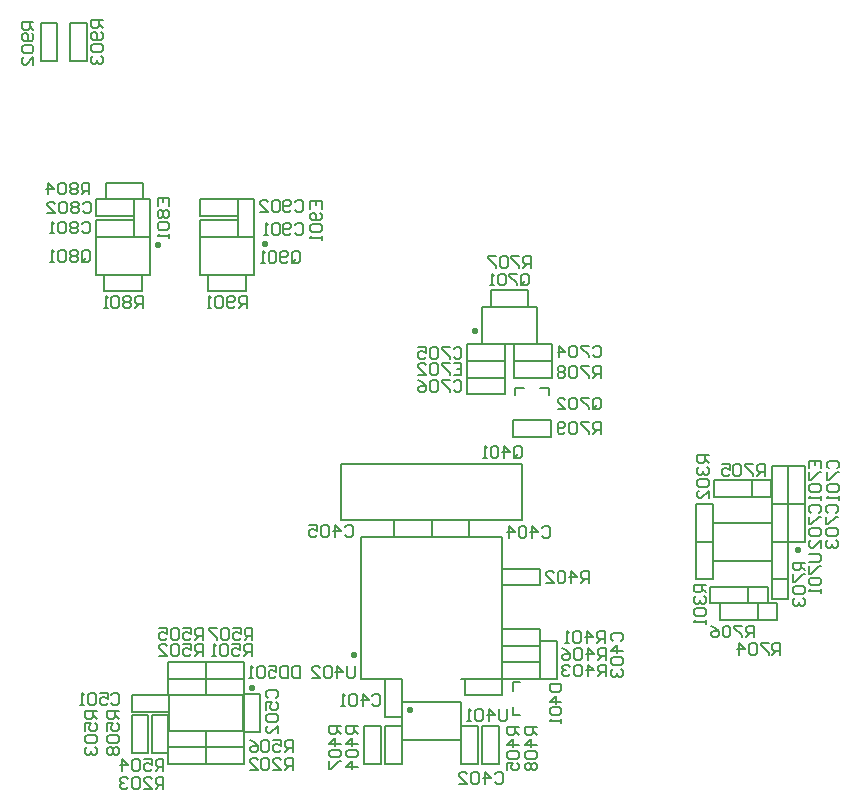
<source format=gbo>
G04*
G04 #@! TF.GenerationSoftware,Altium Limited,Altium Designer,22.1.2 (22)*
G04*
G04 Layer_Color=32896*
%FSAX44Y44*%
%MOMM*%
G71*
G04*
G04 #@! TF.SameCoordinates,D4940EDF-FCE3-461B-A7F8-CC2F5B5D0F8E*
G04*
G04*
G04 #@! TF.FilePolarity,Positive*
G04*
G01*
G75*
%ADD10C,0.1530*%
%ADD11C,0.2000*%
%ADD12C,0.2540*%
D10*
X00139000Y00735000D02*
X00153000D01*
X00139000D02*
Y00767000D01*
X00153000D01*
Y00735000D02*
Y00767000D01*
X00164000Y00735000D02*
X00178000D01*
X00164000D02*
Y00767000D01*
X00178000D01*
Y00735000D02*
Y00767000D01*
X00226000Y00618000D02*
Y00632000D01*
X00194000Y00618000D02*
X00226000D01*
X00194000D02*
Y00632000D01*
X00226000D01*
X00186000Y00604000D02*
X00218000D01*
Y00618000D01*
X00186000D02*
X00218000D01*
X00186000Y00604000D02*
Y00618000D01*
Y00586000D02*
X00218000D01*
Y00600000D01*
X00186000D02*
X00218000D01*
X00186000Y00586000D02*
Y00600000D01*
X00218000Y00586000D02*
Y00618000D01*
X00232000D01*
X00218000Y00586000D02*
X00232000D01*
Y00618000D01*
X00306000Y00586000D02*
Y00618000D01*
X00320000D01*
X00306000Y00586000D02*
X00320000D01*
Y00618000D01*
X00274000Y00604000D02*
X00306000D01*
Y00618000D01*
X00274000D02*
X00306000D01*
X00274000Y00604000D02*
Y00618000D01*
X00274000Y00586000D02*
X00306000D01*
Y00600000D01*
X00274000D02*
X00306000D01*
X00274000Y00586000D02*
Y00600000D01*
X00320000Y00554000D02*
Y00586000D01*
X00274000Y00554000D02*
X00320000D01*
X00274000Y00586000D02*
X00320000D01*
X00274000Y00554000D02*
Y00586000D01*
X00232000Y00554000D02*
Y00586000D01*
X00186000Y00554000D02*
X00232000D01*
X00186000Y00586000D02*
X00232000D01*
X00186000Y00554000D02*
Y00586000D01*
X00193000Y00540000D02*
Y00554000D01*
X00225000D01*
Y00540000D02*
Y00554000D01*
X00193000Y00540000D02*
X00225000D01*
X00281000D02*
Y00554000D01*
X00313000D01*
Y00540000D02*
Y00554000D01*
X00281000Y00540000D02*
X00313000D01*
X00500000Y00481000D02*
X00532000D01*
Y00467000D02*
Y00481000D01*
X00500000Y00467000D02*
Y00481000D01*
Y00467000D02*
X00532000Y00467000D01*
X00500000Y00495000D02*
X00500000Y00481000D01*
X00500000Y00495000D02*
X00532000D01*
X00532000Y00481000D02*
X00532000Y00495000D01*
X00500000Y00481000D02*
X00532000D01*
Y00453000D02*
X00532000Y00467000D01*
X00500000Y00453000D02*
X00532000D01*
X00500000D02*
Y00467000D01*
X00532000D01*
X00559000Y00495000D02*
Y00527000D01*
X00513000Y00495000D02*
X00559000Y00495000D01*
X00513000Y00527000D02*
X00559000D01*
X00513000Y00495000D02*
Y00527000D01*
X00520000Y00541000D02*
X00552000D01*
X00520000Y00527000D02*
X00520000Y00541000D01*
X00520000Y00527000D02*
X00552000D01*
X00552000Y00541000D02*
X00552000Y00527000D01*
X00572000Y00495000D02*
X00572000Y00481000D01*
X00540000D02*
X00572000D01*
X00540000D02*
X00540000Y00495000D01*
X00572000Y00495000D01*
X00540000Y00481000D02*
X00572000D01*
X00540000D02*
X00540000Y00467000D01*
X00572000D01*
Y00481000D01*
X00569500Y00452000D02*
Y00458000D01*
X00562000D02*
X00569500D01*
X00541000Y00452000D02*
Y00458000D01*
X00548000Y00458000D01*
X00539000Y00431000D02*
X00571000D01*
X00539000Y00417000D02*
X00539000Y00431000D01*
X00539000Y00417000D02*
X00571000Y00417000D01*
X00571000Y00431000D01*
X00694000Y00328000D02*
X00708000D01*
X00694000D02*
Y00360000D01*
X00708000D01*
Y00328000D02*
Y00360000D01*
X00694000Y00328000D02*
X00708000D01*
Y00296000D02*
Y00328000D01*
X00694000Y00296000D02*
X00708000Y00296000D01*
X00694000Y00296000D02*
Y00328000D01*
X00310000Y00168000D02*
Y00198000D01*
X00248000D02*
X00310000D01*
X00248000Y00168000D02*
Y00198000D01*
Y00168000D02*
X00310000D01*
X00445000Y00160000D02*
X00495000D01*
X00445000Y00192000D02*
X00495000D01*
Y00160000D02*
Y00192000D01*
X00445000Y00160000D02*
Y00192000D01*
X00431000Y00180000D02*
Y00212000D01*
Y00180000D02*
X00445000Y00180000D01*
Y00212000D01*
X00431000Y00212000D02*
X00445000Y00212000D01*
X00279000Y00212000D02*
Y00226000D01*
X00311000D01*
Y00212000D02*
Y00226000D01*
X00279000Y00212000D02*
X00311000D01*
X00438000Y00332000D02*
X00438000Y00346000D01*
X00470000D01*
Y00332000D02*
Y00346000D01*
X00438000Y00332000D02*
X00470000Y00332000D01*
X00393000Y00346000D02*
X00547000D01*
X00393000D02*
Y00394000D01*
X00547000Y00394000D01*
X00547000Y00346000D02*
X00547000Y00394000D01*
X00495000Y00212000D02*
X00530000D01*
X00410000D02*
X00445000D01*
X00530000Y00212000D02*
Y00332000D01*
X00247000Y00140000D02*
Y00154000D01*
X00279000D01*
Y00140000D02*
Y00154000D01*
X00247000Y00140000D02*
X00279000D01*
X00216000Y00184000D02*
X00248000D01*
Y00198000D01*
X00216000D02*
X00248000D01*
X00216000Y00184000D02*
Y00198000D01*
X00279000Y00198000D02*
X00311000D01*
X00311000Y00212000D02*
X00311000Y00198000D01*
X00279000Y00212000D02*
X00311000D01*
X00279000Y00198000D02*
X00279000Y00212000D01*
X00279000Y00168000D02*
X00311000D01*
X00279000D02*
X00279000Y00154000D01*
X00311000D01*
X00311000Y00168000D01*
X00311000Y00140000D02*
Y00154000D01*
X00279000Y00140000D02*
X00311000D01*
X00279000D02*
Y00154000D01*
X00311000D01*
X00247000Y00154000D02*
X00279000D01*
X00279000Y00168000D02*
X00279000Y00154000D01*
X00247000Y00168000D02*
X00279000D01*
X00247000Y00154000D02*
X00247000Y00168000D01*
X00247000Y00149000D02*
Y00181000D01*
X00233000Y00181000D02*
X00247000Y00181000D01*
X00233000Y00149000D02*
Y00181000D01*
Y00149000D02*
X00247000Y00149000D01*
X00216000Y00149000D02*
Y00181000D01*
Y00149000D02*
X00230000Y00149000D01*
X00230000Y00181000D02*
X00230000Y00149000D01*
X00216000Y00181000D02*
X00230000D01*
X00325000Y00167000D02*
Y00199000D01*
X00311000D02*
X00325000D01*
X00311000Y00167000D02*
Y00199000D01*
Y00167000D02*
X00325000D01*
X00247000Y00226000D02*
X00279000D01*
X00247000Y00212000D02*
X00247000Y00226000D01*
X00247000Y00212000D02*
X00279000Y00212000D01*
Y00226000D01*
X00247000Y00212000D02*
X00279000D01*
X00247000D02*
X00247000Y00198000D01*
X00279000D01*
X00279000Y00212000D01*
X00410000Y00332000D02*
X00530000D01*
X00410000Y00212000D02*
Y00332000D01*
X00539000Y00209500D02*
X00545000D01*
X00539000Y00202000D02*
Y00209500D01*
Y00181000D02*
X00545000D01*
X00539000Y00188000D02*
X00539000Y00181000D01*
X00498000Y00198000D02*
Y00212000D01*
X00530000D01*
Y00198000D02*
Y00212000D01*
X00498000Y00198000D02*
X00530000Y00198000D01*
X00530000Y00226000D02*
X00530000Y00240000D01*
X00562000D01*
X00562000Y00226000D02*
X00562000Y00240000D01*
X00530000Y00226000D02*
X00562000Y00226000D01*
X00530000Y00240000D02*
X00562000D01*
Y00254000D01*
X00530000D02*
X00562000D01*
X00530000Y00240000D02*
Y00254000D01*
X00562000Y00244000D02*
X00576000Y00244000D01*
X00576000Y00212000D02*
X00576000Y00244000D01*
X00562000Y00212000D02*
X00576000Y00212000D01*
X00562000Y00212000D02*
Y00244000D01*
Y00212000D02*
Y00226000D01*
X00530000Y00212000D02*
X00562000D01*
X00530000D02*
Y00226000D01*
X00562000D01*
X00530000Y00291000D02*
Y00305000D01*
X00562000D01*
X00562000Y00291000D01*
X00530000D02*
X00562000D01*
X00502000Y00332000D02*
Y00346000D01*
X00470000Y00332000D02*
X00502000D01*
X00470000D02*
X00470000Y00346000D01*
X00502000D01*
X00708000Y00344000D02*
X00758000D01*
X00708000Y00312000D02*
X00758000D01*
X00708000D02*
Y00344000D01*
X00758000Y00312000D02*
Y00344000D01*
X00772000Y00360000D02*
X00786000D01*
X00772000D02*
Y00392000D01*
X00786000Y00392000D01*
Y00360000D02*
Y00392000D01*
X00758000Y00360000D02*
Y00392000D01*
X00772000Y00392000D01*
X00758000Y00360000D02*
X00772000Y00360000D01*
X00772000Y00392000D01*
X00709000Y00366000D02*
X00709000Y00380000D01*
X00741000D01*
X00741000Y00366000D02*
X00741000Y00380000D01*
X00709000Y00366000D02*
X00741000Y00366000D01*
X00757500Y00380000D02*
X00757500Y00366000D01*
X00741000D02*
X00757500D01*
X00741000Y00380000D02*
X00757500D01*
X00786000Y00328000D02*
Y00360000D01*
X00772000D02*
X00786000D01*
X00772000Y00328000D02*
Y00360000D01*
Y00328000D02*
X00786000D01*
X00758000Y00328000D02*
X00772000Y00328000D01*
Y00296000D02*
Y00328000D01*
X00758000Y00296000D02*
X00772000Y00296000D01*
X00758000Y00296000D02*
Y00328000D01*
Y00279500D02*
X00772000D01*
X00758000D02*
Y00296000D01*
X00772000Y00279500D02*
X00772000Y00296000D01*
X00714000Y00262000D02*
Y00276000D01*
X00746000D01*
Y00262000D02*
Y00276000D01*
X00714000Y00262000D02*
X00746000D01*
X00762500D02*
Y00276000D01*
X00746000Y00262000D02*
X00762500D01*
X00746000Y00276000D02*
X00762500D01*
X00706000Y00276000D02*
Y00290000D01*
X00738000Y00290000D01*
X00738000Y00276000D01*
X00706000D02*
X00738000D01*
X00754500D02*
X00754500Y00290000D01*
X00738000Y00276000D02*
X00754500D01*
X00738000Y00290000D02*
X00754500Y00290000D01*
X00758000Y00328000D02*
X00772000D01*
X00758000D02*
Y00360000D01*
X00772000D01*
Y00328000D02*
Y00360000D01*
X00413000Y00172000D02*
X00427000D01*
Y00140000D02*
Y00172000D01*
X00413000Y00140000D02*
X00427000D01*
X00413000D02*
Y00172000D01*
X00431000Y00140000D02*
X00445000D01*
X00431000D02*
X00431000Y00172000D01*
X00445000Y00172000D01*
X00445000Y00140000D02*
X00445000Y00172000D01*
X00513000Y00171750D02*
X00527000D01*
Y00139750D02*
Y00171750D01*
X00513000Y00139750D02*
X00527000Y00139750D01*
X00513000Y00139750D02*
Y00171750D01*
X00495000Y00140000D02*
X00509000Y00140000D01*
X00495000Y00172000D02*
X00495000Y00140000D01*
X00495000Y00172000D02*
X00509000Y00172000D01*
Y00140000D02*
Y00172000D01*
D11*
X00132998Y00768327D02*
X00123002D01*
Y00763329D01*
X00124668Y00761663D01*
X00128000D01*
X00129666Y00763329D01*
Y00768327D01*
Y00764995D02*
X00132998Y00761663D01*
X00131332Y00758331D02*
X00132998Y00756665D01*
Y00753332D01*
X00131332Y00751666D01*
X00124668D01*
X00123002Y00753332D01*
Y00756665D01*
X00124668Y00758331D01*
X00126334D01*
X00128000Y00756665D01*
Y00751666D01*
X00124668Y00748334D02*
X00123002Y00746668D01*
Y00743335D01*
X00124668Y00741669D01*
X00131332D01*
X00132998Y00743335D01*
Y00746668D01*
X00131332Y00748334D01*
X00124668D01*
X00132998Y00731673D02*
Y00738337D01*
X00126334Y00731673D01*
X00124668D01*
X00123002Y00733339D01*
Y00736671D01*
X00124668Y00738337D01*
X00191998Y00769327D02*
X00182002D01*
Y00764329D01*
X00183668Y00762663D01*
X00187000D01*
X00188666Y00764329D01*
Y00769327D01*
Y00765995D02*
X00191998Y00762663D01*
X00190332Y00759331D02*
X00191998Y00757664D01*
Y00754332D01*
X00190332Y00752666D01*
X00183668D01*
X00182002Y00754332D01*
Y00757664D01*
X00183668Y00759331D01*
X00185334D01*
X00187000Y00757664D01*
Y00752666D01*
X00183668Y00749334D02*
X00182002Y00747668D01*
Y00744335D01*
X00183668Y00742669D01*
X00190332D01*
X00191998Y00744335D01*
Y00747668D01*
X00190332Y00749334D01*
X00183668D01*
Y00739337D02*
X00182002Y00737671D01*
Y00734339D01*
X00183668Y00732673D01*
X00185334D01*
X00187000Y00734339D01*
Y00736005D01*
Y00734339D01*
X00188666Y00732673D01*
X00190332D01*
X00191998Y00734339D01*
Y00737671D01*
X00190332Y00739337D01*
X00352655Y00135002D02*
Y00144998D01*
X00347657D01*
X00345990Y00143332D01*
Y00140000D01*
X00347657Y00138334D01*
X00352655D01*
X00349323D02*
X00345990Y00135002D01*
X00335994D02*
X00342658D01*
X00335994Y00141666D01*
Y00143332D01*
X00337660Y00144998D01*
X00340992D01*
X00342658Y00143332D01*
X00332661D02*
X00330995Y00144998D01*
X00327663D01*
X00325997Y00143332D01*
Y00136668D01*
X00327663Y00135002D01*
X00330995D01*
X00332661Y00136668D01*
Y00143332D01*
X00316000Y00135002D02*
X00322664D01*
X00316000Y00141666D01*
Y00143332D01*
X00317666Y00144998D01*
X00320998D01*
X00322664Y00143332D01*
X00352655Y00150002D02*
Y00159998D01*
X00347657D01*
X00345990Y00158332D01*
Y00155000D01*
X00347657Y00153334D01*
X00352655D01*
X00349323D02*
X00345990Y00150002D01*
X00335994Y00159998D02*
X00342658D01*
Y00155000D01*
X00339326Y00156666D01*
X00337660D01*
X00335994Y00155000D01*
Y00151668D01*
X00337660Y00150002D01*
X00340992D01*
X00342658Y00151668D01*
X00332661Y00158332D02*
X00330995Y00159998D01*
X00327663D01*
X00325997Y00158332D01*
Y00151668D01*
X00327663Y00150002D01*
X00330995D01*
X00332661Y00151668D01*
Y00158332D01*
X00316000Y00159998D02*
X00319332Y00158332D01*
X00322664Y00155000D01*
Y00151668D01*
X00320998Y00150002D01*
X00317666D01*
X00316000Y00151668D01*
Y00153334D01*
X00317666Y00155000D01*
X00322664D01*
X00243000Y00119002D02*
Y00128998D01*
X00238002D01*
X00236336Y00127332D01*
Y00124000D01*
X00238002Y00122334D01*
X00243000D01*
X00239668D02*
X00236336Y00119002D01*
X00226339D02*
X00233003D01*
X00226339Y00125666D01*
Y00127332D01*
X00228005Y00128998D01*
X00231337D01*
X00233003Y00127332D01*
X00223006D02*
X00221340Y00128998D01*
X00218008D01*
X00216342Y00127332D01*
Y00120668D01*
X00218008Y00119002D01*
X00221340D01*
X00223006Y00120668D01*
Y00127332D01*
X00213010D02*
X00211343Y00128998D01*
X00208011D01*
X00206345Y00127332D01*
Y00125666D01*
X00208011Y00124000D01*
X00209677D01*
X00208011D01*
X00206345Y00122334D01*
Y00120668D01*
X00208011Y00119002D01*
X00211343D01*
X00213010Y00120668D01*
X00606663Y00492332D02*
X00608329Y00493998D01*
X00611661D01*
X00613327Y00492332D01*
Y00485668D01*
X00611661Y00484002D01*
X00608329D01*
X00606663Y00485668D01*
X00603331Y00493998D02*
X00596666D01*
Y00492332D01*
X00603331Y00485668D01*
Y00484002D01*
X00593334Y00492332D02*
X00591668Y00493998D01*
X00588335D01*
X00586669Y00492332D01*
Y00485668D01*
X00588335Y00484002D01*
X00591668D01*
X00593334Y00485668D01*
Y00492332D01*
X00578339Y00484002D02*
Y00493998D01*
X00583337Y00489000D01*
X00576673D01*
X00613327Y00467002D02*
Y00476998D01*
X00608329D01*
X00606663Y00475332D01*
Y00472000D01*
X00608329Y00470334D01*
X00613327D01*
X00609995D02*
X00606663Y00467002D01*
X00603331Y00476998D02*
X00596666D01*
Y00475332D01*
X00603331Y00468668D01*
Y00467002D01*
X00593334Y00475332D02*
X00591668Y00476998D01*
X00588335D01*
X00586669Y00475332D01*
Y00468668D01*
X00588335Y00467002D01*
X00591668D01*
X00593334Y00468668D01*
Y00475332D01*
X00583337D02*
X00581671Y00476998D01*
X00578339D01*
X00576673Y00475332D01*
Y00473666D01*
X00578339Y00472000D01*
X00576673Y00470334D01*
Y00468668D01*
X00578339Y00467002D01*
X00581671D01*
X00583337Y00468668D01*
Y00470334D01*
X00581671Y00472000D01*
X00583337Y00473666D01*
Y00475332D01*
X00581671Y00472000D02*
X00578339D01*
X00613327Y00419002D02*
Y00428998D01*
X00608329D01*
X00606663Y00427332D01*
Y00424000D01*
X00608329Y00422334D01*
X00613327D01*
X00609995D02*
X00606663Y00419002D01*
X00603331Y00428998D02*
X00596666D01*
Y00427332D01*
X00603331Y00420668D01*
Y00419002D01*
X00593334Y00427332D02*
X00591668Y00428998D01*
X00588335D01*
X00586669Y00427332D01*
Y00420668D01*
X00588335Y00419002D01*
X00591668D01*
X00593334Y00420668D01*
Y00427332D01*
X00583337Y00420668D02*
X00581671Y00419002D01*
X00578339D01*
X00576673Y00420668D01*
Y00427332D01*
X00578339Y00428998D01*
X00581671D01*
X00583337Y00427332D01*
Y00425666D01*
X00581671Y00424000D01*
X00576673D01*
X00606663Y00441668D02*
Y00448332D01*
X00608329Y00449998D01*
X00611661D01*
X00613327Y00448332D01*
Y00441668D01*
X00611661Y00440002D01*
X00608329D01*
X00609995Y00443334D02*
X00606663Y00440002D01*
X00608329D02*
X00606663Y00441668D01*
X00603331Y00449998D02*
X00596666D01*
Y00448332D01*
X00603331Y00441668D01*
Y00440002D01*
X00593334Y00448332D02*
X00591668Y00449998D01*
X00588335D01*
X00586669Y00448332D01*
Y00441668D01*
X00588335Y00440002D01*
X00591668D01*
X00593334Y00441668D01*
Y00448332D01*
X00576673Y00440002D02*
X00583337D01*
X00576673Y00446666D01*
Y00448332D01*
X00578339Y00449998D01*
X00581671D01*
X00583337Y00448332D01*
X00704998Y00401327D02*
X00695002D01*
Y00396329D01*
X00696668Y00394663D01*
X00700000D01*
X00701666Y00396329D01*
Y00401327D01*
Y00397995D02*
X00704998Y00394663D01*
X00696668Y00391331D02*
X00695002Y00389664D01*
Y00386332D01*
X00696668Y00384666D01*
X00698334D01*
X00700000Y00386332D01*
Y00387998D01*
Y00386332D01*
X00701666Y00384666D01*
X00703332D01*
X00704998Y00386332D01*
Y00389664D01*
X00703332Y00391331D01*
X00696668Y00381334D02*
X00695002Y00379668D01*
Y00376335D01*
X00696668Y00374669D01*
X00703332D01*
X00704998Y00376335D01*
Y00379668D01*
X00703332Y00381334D01*
X00696668D01*
X00704998Y00364673D02*
Y00371337D01*
X00698334Y00364673D01*
X00696668D01*
X00695002Y00366339D01*
Y00369671D01*
X00696668Y00371337D01*
X00701998Y00291661D02*
X00692002D01*
Y00286663D01*
X00693668Y00284997D01*
X00697000D01*
X00698666Y00286663D01*
Y00291661D01*
Y00288329D02*
X00701998Y00284997D01*
X00693668Y00281665D02*
X00692002Y00279998D01*
Y00276666D01*
X00693668Y00275000D01*
X00695334D01*
X00697000Y00276666D01*
Y00278332D01*
Y00276666D01*
X00698666Y00275000D01*
X00700332D01*
X00701998Y00276666D01*
Y00279998D01*
X00700332Y00281665D01*
X00693668Y00271668D02*
X00692002Y00270002D01*
Y00266669D01*
X00693668Y00265003D01*
X00700332D01*
X00701998Y00266669D01*
Y00270002D01*
X00700332Y00271668D01*
X00693668D01*
X00701998Y00261671D02*
Y00258339D01*
Y00260005D01*
X00692002D01*
X00693668Y00261671D01*
X00180327Y00622002D02*
Y00631998D01*
X00175329D01*
X00173663Y00630332D01*
Y00627000D01*
X00175329Y00625334D01*
X00180327D01*
X00176995D02*
X00173663Y00622002D01*
X00170331Y00630332D02*
X00168664Y00631998D01*
X00165332D01*
X00163666Y00630332D01*
Y00628666D01*
X00165332Y00627000D01*
X00163666Y00625334D01*
Y00623668D01*
X00165332Y00622002D01*
X00168664D01*
X00170331Y00623668D01*
Y00625334D01*
X00168664Y00627000D01*
X00170331Y00628666D01*
Y00630332D01*
X00168664Y00627000D02*
X00165332D01*
X00160334Y00630332D02*
X00158668Y00631998D01*
X00155336D01*
X00153669Y00630332D01*
Y00623668D01*
X00155336Y00622002D01*
X00158668D01*
X00160334Y00623668D01*
Y00630332D01*
X00145339Y00622002D02*
Y00631998D01*
X00150337Y00627000D01*
X00143673D01*
X00313661Y00526002D02*
Y00535998D01*
X00308663D01*
X00306997Y00534332D01*
Y00531000D01*
X00308663Y00529334D01*
X00313661D01*
X00310329D02*
X00306997Y00526002D01*
X00303664Y00527668D02*
X00301998Y00526002D01*
X00298666D01*
X00297000Y00527668D01*
Y00534332D01*
X00298666Y00535998D01*
X00301998D01*
X00303664Y00534332D01*
Y00532666D01*
X00301998Y00531000D01*
X00297000D01*
X00293668Y00534332D02*
X00292002Y00535998D01*
X00288669D01*
X00287003Y00534332D01*
Y00527668D01*
X00288669Y00526002D01*
X00292002D01*
X00293668Y00527668D01*
Y00534332D01*
X00283671Y00526002D02*
X00280339D01*
X00282005D01*
Y00535998D01*
X00283671Y00534332D01*
X00225661Y00526002D02*
Y00535998D01*
X00220663D01*
X00218997Y00534332D01*
Y00531000D01*
X00220663Y00529334D01*
X00225661D01*
X00222329D02*
X00218997Y00526002D01*
X00215665Y00534332D02*
X00213998Y00535998D01*
X00210666D01*
X00209000Y00534332D01*
Y00532666D01*
X00210666Y00531000D01*
X00209000Y00529334D01*
Y00527668D01*
X00210666Y00526002D01*
X00213998D01*
X00215665Y00527668D01*
Y00529334D01*
X00213998Y00531000D01*
X00215665Y00532666D01*
Y00534332D01*
X00213998Y00531000D02*
X00210666D01*
X00205668Y00534332D02*
X00204002Y00535998D01*
X00200669D01*
X00199003Y00534332D01*
Y00527668D01*
X00200669Y00526002D01*
X00204002D01*
X00205668Y00527668D01*
Y00534332D01*
X00195671Y00526002D02*
X00192339D01*
X00194005D01*
Y00535998D01*
X00195671Y00534332D01*
X00351997Y00565668D02*
Y00572332D01*
X00353663Y00573998D01*
X00356995D01*
X00358661Y00572332D01*
Y00565668D01*
X00356995Y00564002D01*
X00353663D01*
X00355329Y00567334D02*
X00351997Y00564002D01*
X00353663D02*
X00351997Y00565668D01*
X00348665D02*
X00346998Y00564002D01*
X00343666D01*
X00342000Y00565668D01*
Y00572332D01*
X00343666Y00573998D01*
X00346998D01*
X00348665Y00572332D01*
Y00570666D01*
X00346998Y00569000D01*
X00342000D01*
X00338668Y00572332D02*
X00337002Y00573998D01*
X00333669D01*
X00332003Y00572332D01*
Y00565668D01*
X00333669Y00564002D01*
X00337002D01*
X00338668Y00565668D01*
Y00572332D01*
X00328671Y00564002D02*
X00325339D01*
X00327005D01*
Y00573998D01*
X00328671Y00572332D01*
X00173997Y00566668D02*
Y00573332D01*
X00175663Y00574998D01*
X00178995D01*
X00180661Y00573332D01*
Y00566668D01*
X00178995Y00565002D01*
X00175663D01*
X00177329Y00568334D02*
X00173997Y00565002D01*
X00175663D02*
X00173997Y00566668D01*
X00170665Y00573332D02*
X00168998Y00574998D01*
X00165666D01*
X00164000Y00573332D01*
Y00571666D01*
X00165666Y00570000D01*
X00164000Y00568334D01*
Y00566668D01*
X00165666Y00565002D01*
X00168998D01*
X00170665Y00566668D01*
Y00568334D01*
X00168998Y00570000D01*
X00170665Y00571666D01*
Y00573332D01*
X00168998Y00570000D02*
X00165666D01*
X00160668Y00573332D02*
X00159002Y00574998D01*
X00155669D01*
X00154003Y00573332D01*
Y00566668D01*
X00155669Y00565002D01*
X00159002D01*
X00160668Y00566668D01*
Y00573332D01*
X00150671Y00565002D02*
X00147339D01*
X00149005D01*
Y00574998D01*
X00150671Y00573332D01*
X00367002Y00609997D02*
Y00616661D01*
X00376998D01*
Y00609997D01*
X00372000Y00616661D02*
Y00613329D01*
X00375332Y00606665D02*
X00376998Y00604998D01*
Y00601666D01*
X00375332Y00600000D01*
X00368668D01*
X00367002Y00601666D01*
Y00604998D01*
X00368668Y00606665D01*
X00370334D01*
X00372000Y00604998D01*
Y00600000D01*
X00368668Y00596668D02*
X00367002Y00595002D01*
Y00591669D01*
X00368668Y00590003D01*
X00375332D01*
X00376998Y00591669D01*
Y00595002D01*
X00375332Y00596668D01*
X00368668D01*
X00376998Y00586671D02*
Y00583339D01*
Y00585005D01*
X00367002D01*
X00368668Y00586671D01*
X00238002Y00611997D02*
Y00618661D01*
X00247998D01*
Y00611997D01*
X00243000Y00618661D02*
Y00615329D01*
X00239668Y00608665D02*
X00238002Y00606998D01*
Y00603666D01*
X00239668Y00602000D01*
X00241334D01*
X00243000Y00603666D01*
X00244666Y00602000D01*
X00246332D01*
X00247998Y00603666D01*
Y00606998D01*
X00246332Y00608665D01*
X00244666D01*
X00243000Y00606998D01*
X00241334Y00608665D01*
X00239668D01*
X00243000Y00606998D02*
Y00603666D01*
X00239668Y00598668D02*
X00238002Y00597001D01*
Y00593669D01*
X00239668Y00592003D01*
X00246332D01*
X00247998Y00593669D01*
Y00597001D01*
X00246332Y00598668D01*
X00239668D01*
X00247998Y00588671D02*
Y00585339D01*
Y00587005D01*
X00238002D01*
X00239668Y00588671D01*
X00354663Y00615332D02*
X00356329Y00616998D01*
X00359661D01*
X00361327Y00615332D01*
Y00608668D01*
X00359661Y00607002D01*
X00356329D01*
X00354663Y00608668D01*
X00351331D02*
X00349664Y00607002D01*
X00346332D01*
X00344666Y00608668D01*
Y00615332D01*
X00346332Y00616998D01*
X00349664D01*
X00351331Y00615332D01*
Y00613666D01*
X00349664Y00612000D01*
X00344666D01*
X00341334Y00615332D02*
X00339668Y00616998D01*
X00336335D01*
X00334669Y00615332D01*
Y00608668D01*
X00336335Y00607002D01*
X00339668D01*
X00341334Y00608668D01*
Y00615332D01*
X00324673Y00607002D02*
X00331337D01*
X00324673Y00613666D01*
Y00615332D01*
X00326339Y00616998D01*
X00329671D01*
X00331337Y00615332D01*
X00354663Y00596332D02*
X00356329Y00597998D01*
X00359661D01*
X00361327Y00596332D01*
Y00589668D01*
X00359661Y00588002D01*
X00356329D01*
X00354663Y00589668D01*
X00351331D02*
X00349664Y00588002D01*
X00346332D01*
X00344666Y00589668D01*
Y00596332D01*
X00346332Y00597998D01*
X00349664D01*
X00351331Y00596332D01*
Y00594666D01*
X00349664Y00593000D01*
X00344666D01*
X00341334Y00596332D02*
X00339668Y00597998D01*
X00336335D01*
X00334669Y00596332D01*
Y00589668D01*
X00336335Y00588002D01*
X00339668D01*
X00341334Y00589668D01*
Y00596332D01*
X00331337Y00588002D02*
X00328005D01*
X00329671D01*
Y00597998D01*
X00331337Y00596332D01*
X00174663Y00614332D02*
X00176329Y00615998D01*
X00179661D01*
X00181327Y00614332D01*
Y00607668D01*
X00179661Y00606002D01*
X00176329D01*
X00174663Y00607668D01*
X00171331Y00614332D02*
X00169664Y00615998D01*
X00166332D01*
X00164666Y00614332D01*
Y00612666D01*
X00166332Y00611000D01*
X00164666Y00609334D01*
Y00607668D01*
X00166332Y00606002D01*
X00169664D01*
X00171331Y00607668D01*
Y00609334D01*
X00169664Y00611000D01*
X00171331Y00612666D01*
Y00614332D01*
X00169664Y00611000D02*
X00166332D01*
X00161334Y00614332D02*
X00159668Y00615998D01*
X00156335D01*
X00154669Y00614332D01*
Y00607668D01*
X00156335Y00606002D01*
X00159668D01*
X00161334Y00607668D01*
Y00614332D01*
X00144673Y00606002D02*
X00151337D01*
X00144673Y00612666D01*
Y00614332D01*
X00146339Y00615998D01*
X00149671D01*
X00151337Y00614332D01*
X00173997Y00597332D02*
X00175663Y00598998D01*
X00178995D01*
X00180661Y00597332D01*
Y00590668D01*
X00178995Y00589002D01*
X00175663D01*
X00173997Y00590668D01*
X00170665Y00597332D02*
X00168998Y00598998D01*
X00165666D01*
X00164000Y00597332D01*
Y00595666D01*
X00165666Y00594000D01*
X00164000Y00592334D01*
Y00590668D01*
X00165666Y00589002D01*
X00168998D01*
X00170665Y00590668D01*
Y00592334D01*
X00168998Y00594000D01*
X00170665Y00595666D01*
Y00597332D01*
X00168998Y00594000D02*
X00165666D01*
X00160668Y00597332D02*
X00159002Y00598998D01*
X00155669D01*
X00154003Y00597332D01*
Y00590668D01*
X00155669Y00589002D01*
X00159002D01*
X00160668Y00590668D01*
Y00597332D01*
X00150671Y00589002D02*
X00147339D01*
X00149005D01*
Y00598998D01*
X00150671Y00597332D01*
X00554327Y00560002D02*
Y00569998D01*
X00549329D01*
X00547663Y00568332D01*
Y00565000D01*
X00549329Y00563334D01*
X00554327D01*
X00550995D02*
X00547663Y00560002D01*
X00544331Y00569998D02*
X00537666D01*
Y00568332D01*
X00544331Y00561668D01*
Y00560002D01*
X00534334Y00568332D02*
X00532668Y00569998D01*
X00529336D01*
X00527669Y00568332D01*
Y00561668D01*
X00529336Y00560002D01*
X00532668D01*
X00534334Y00561668D01*
Y00568332D01*
X00524337Y00569998D02*
X00517673D01*
Y00568332D01*
X00524337Y00561668D01*
Y00560002D01*
X00545997Y00546668D02*
Y00553332D01*
X00547663Y00554998D01*
X00550995D01*
X00552661Y00553332D01*
Y00546668D01*
X00550995Y00545002D01*
X00547663D01*
X00549329Y00548334D02*
X00545997Y00545002D01*
X00547663D02*
X00545997Y00546668D01*
X00542664Y00554998D02*
X00536000D01*
Y00553332D01*
X00542664Y00546668D01*
Y00545002D01*
X00532668Y00553332D02*
X00531002Y00554998D01*
X00527669D01*
X00526003Y00553332D01*
Y00546668D01*
X00527669Y00545002D01*
X00531002D01*
X00532668Y00546668D01*
Y00553332D01*
X00522671Y00545002D02*
X00519339D01*
X00521005D01*
Y00554998D01*
X00522671Y00553332D01*
X00488663Y00478998D02*
X00495327D01*
Y00469002D01*
X00488663D01*
X00495327Y00474000D02*
X00491995D01*
X00485331Y00478998D02*
X00478666D01*
Y00477332D01*
X00485331Y00470668D01*
Y00469002D01*
X00475334Y00477332D02*
X00473668Y00478998D01*
X00470336D01*
X00468669Y00477332D01*
Y00470668D01*
X00470336Y00469002D01*
X00473668D01*
X00475334Y00470668D01*
Y00477332D01*
X00458673Y00469002D02*
X00465337D01*
X00458673Y00475666D01*
Y00477332D01*
X00460339Y00478998D01*
X00463671D01*
X00465337Y00477332D01*
X00488663Y00463332D02*
X00490329Y00464998D01*
X00493661D01*
X00495327Y00463332D01*
Y00456668D01*
X00493661Y00455002D01*
X00490329D01*
X00488663Y00456668D01*
X00485331Y00464998D02*
X00478666D01*
Y00463332D01*
X00485331Y00456668D01*
Y00455002D01*
X00475334Y00463332D02*
X00473668Y00464998D01*
X00470336D01*
X00468669Y00463332D01*
Y00456668D01*
X00470336Y00455002D01*
X00473668D01*
X00475334Y00456668D01*
Y00463332D01*
X00458673Y00464998D02*
X00462005Y00463332D01*
X00465337Y00460000D01*
Y00456668D01*
X00463671Y00455002D01*
X00460339D01*
X00458673Y00456668D01*
Y00458334D01*
X00460339Y00460000D01*
X00465337D01*
X00488663Y00491332D02*
X00490329Y00492998D01*
X00493661D01*
X00495327Y00491332D01*
Y00484668D01*
X00493661Y00483002D01*
X00490329D01*
X00488663Y00484668D01*
X00485331Y00492998D02*
X00478666D01*
Y00491332D01*
X00485331Y00484668D01*
Y00483002D01*
X00475334Y00491332D02*
X00473668Y00492998D01*
X00470336D01*
X00468669Y00491332D01*
Y00484668D01*
X00470336Y00483002D01*
X00473668D01*
X00475334Y00484668D01*
Y00491332D01*
X00458673Y00492998D02*
X00465337D01*
Y00488000D01*
X00462005Y00489666D01*
X00460339D01*
X00458673Y00488000D01*
Y00484668D01*
X00460339Y00483002D01*
X00463671D01*
X00465337Y00484668D01*
X00805668Y00352663D02*
X00804002Y00354329D01*
Y00357661D01*
X00805668Y00359328D01*
X00812332D01*
X00813998Y00357661D01*
Y00354329D01*
X00812332Y00352663D01*
X00804002Y00349331D02*
Y00342666D01*
X00805668D01*
X00812332Y00349331D01*
X00813998D01*
X00805668Y00339334D02*
X00804002Y00337668D01*
Y00334336D01*
X00805668Y00332669D01*
X00812332D01*
X00813998Y00334336D01*
Y00337668D01*
X00812332Y00339334D01*
X00805668D01*
Y00329337D02*
X00804002Y00327671D01*
Y00324339D01*
X00805668Y00322673D01*
X00807334D01*
X00809000Y00324339D01*
Y00326005D01*
Y00324339D01*
X00810666Y00322673D01*
X00812332D01*
X00813998Y00324339D01*
Y00327671D01*
X00812332Y00329337D01*
X00790002Y00389997D02*
Y00396661D01*
X00799998D01*
Y00389997D01*
X00795000Y00396661D02*
Y00393329D01*
X00790002Y00386665D02*
Y00380000D01*
X00791668D01*
X00798332Y00386665D01*
X00799998D01*
X00791668Y00376668D02*
X00790002Y00375002D01*
Y00371669D01*
X00791668Y00370003D01*
X00798332D01*
X00799998Y00371669D01*
Y00375002D01*
X00798332Y00376668D01*
X00791668D01*
X00799998Y00366671D02*
Y00363339D01*
Y00365005D01*
X00790002D01*
X00791668Y00366671D01*
X00806668Y00389997D02*
X00805002Y00391663D01*
Y00394995D01*
X00806668Y00396661D01*
X00813332D01*
X00814998Y00394995D01*
Y00391663D01*
X00813332Y00389997D01*
X00805002Y00386665D02*
Y00380000D01*
X00806668D01*
X00813332Y00386665D01*
X00814998D01*
X00806668Y00376668D02*
X00805002Y00375002D01*
Y00371669D01*
X00806668Y00370003D01*
X00813332D01*
X00814998Y00371669D01*
Y00375002D01*
X00813332Y00376668D01*
X00806668D01*
X00814998Y00366671D02*
Y00363339D01*
Y00365005D01*
X00805002D01*
X00806668Y00366671D01*
X00617327Y00228002D02*
Y00237998D01*
X00612329D01*
X00610663Y00236332D01*
Y00233000D01*
X00612329Y00231334D01*
X00617327D01*
X00613995D02*
X00610663Y00228002D01*
X00602332D02*
Y00237998D01*
X00607331Y00233000D01*
X00600666D01*
X00597334Y00236332D02*
X00595668Y00237998D01*
X00592336D01*
X00590669Y00236332D01*
Y00229668D01*
X00592336Y00228002D01*
X00595668D01*
X00597334Y00229668D01*
Y00236332D01*
X00580673Y00237998D02*
X00584005Y00236332D01*
X00587337Y00233000D01*
Y00229668D01*
X00585671Y00228002D01*
X00582339D01*
X00580673Y00229668D01*
Y00231334D01*
X00582339Y00233000D01*
X00587337D01*
X00603327Y00293002D02*
Y00302998D01*
X00598329D01*
X00596663Y00301332D01*
Y00298000D01*
X00598329Y00296334D01*
X00603327D01*
X00599995D02*
X00596663Y00293002D01*
X00588332D02*
Y00302998D01*
X00593331Y00298000D01*
X00586666D01*
X00583334Y00301332D02*
X00581668Y00302998D01*
X00578335D01*
X00576669Y00301332D01*
Y00294668D01*
X00578335Y00293002D01*
X00581668D01*
X00583334Y00294668D01*
Y00301332D01*
X00566673Y00293002D02*
X00573337D01*
X00566673Y00299666D01*
Y00301332D01*
X00568339Y00302998D01*
X00571671D01*
X00573337Y00301332D01*
X00570002Y00207661D02*
X00579998D01*
Y00202663D01*
X00578332Y00200997D01*
X00571668D01*
X00570002Y00202663D01*
Y00207661D01*
X00579998Y00192666D02*
X00570002D01*
X00575000Y00197665D01*
Y00191000D01*
X00571668Y00187668D02*
X00570002Y00186002D01*
Y00182669D01*
X00571668Y00181003D01*
X00578332D01*
X00579998Y00182669D01*
Y00186002D01*
X00578332Y00187668D01*
X00571668D01*
X00579998Y00177671D02*
Y00174339D01*
Y00176005D01*
X00570002D01*
X00571668Y00177671D01*
X00396663Y00340332D02*
X00398329Y00341998D01*
X00401661D01*
X00403327Y00340332D01*
Y00333668D01*
X00401661Y00332002D01*
X00398329D01*
X00396663Y00333668D01*
X00388332Y00332002D02*
Y00341998D01*
X00393331Y00337000D01*
X00386666D01*
X00383334Y00340332D02*
X00381668Y00341998D01*
X00378335D01*
X00376669Y00340332D01*
Y00333668D01*
X00378335Y00332002D01*
X00381668D01*
X00383334Y00333668D01*
Y00340332D01*
X00366673Y00341998D02*
X00373337D01*
Y00337000D01*
X00370005Y00338666D01*
X00368339D01*
X00366673Y00337000D01*
Y00333668D01*
X00368339Y00332002D01*
X00371671D01*
X00373337Y00333668D01*
X00405327Y00222998D02*
Y00214668D01*
X00403661Y00213002D01*
X00400329D01*
X00398663Y00214668D01*
Y00222998D01*
X00390332Y00213002D02*
Y00222998D01*
X00395331Y00218000D01*
X00388666D01*
X00385334Y00221332D02*
X00383668Y00222998D01*
X00380336D01*
X00378669Y00221332D01*
Y00214668D01*
X00380336Y00213002D01*
X00383668D01*
X00385334Y00214668D01*
Y00221332D01*
X00368673Y00213002D02*
X00375337D01*
X00368673Y00219666D01*
Y00221332D01*
X00370339Y00222998D01*
X00373671D01*
X00375337Y00221332D01*
X00533661Y00185998D02*
Y00177668D01*
X00531995Y00176002D01*
X00528663D01*
X00526997Y00177668D01*
Y00185998D01*
X00518666Y00176002D02*
Y00185998D01*
X00523665Y00181000D01*
X00517000D01*
X00513668Y00184332D02*
X00512002Y00185998D01*
X00508669D01*
X00507003Y00184332D01*
Y00177668D01*
X00508669Y00176002D01*
X00512002D01*
X00513668Y00177668D01*
Y00184332D01*
X00503671Y00176002D02*
X00500339D01*
X00502005D01*
Y00185998D01*
X00503671Y00184332D01*
X00243000Y00134002D02*
Y00143998D01*
X00238002D01*
X00236336Y00142332D01*
Y00139000D01*
X00238002Y00137334D01*
X00243000D01*
X00239668D02*
X00236336Y00134002D01*
X00226339Y00143998D02*
X00233003D01*
Y00139000D01*
X00229671Y00140666D01*
X00228005D01*
X00226339Y00139000D01*
Y00135668D01*
X00228005Y00134002D01*
X00231337D01*
X00233003Y00135668D01*
X00223006Y00142332D02*
X00221340Y00143998D01*
X00218008D01*
X00216342Y00142332D01*
Y00135668D01*
X00218008Y00134002D01*
X00221340D01*
X00223006Y00135668D01*
Y00142332D01*
X00208011Y00134002D02*
Y00143998D01*
X00213010Y00139000D01*
X00206345D01*
X00276327Y00231002D02*
Y00240998D01*
X00271329D01*
X00269663Y00239332D01*
Y00236000D01*
X00271329Y00234334D01*
X00276327D01*
X00272995D02*
X00269663Y00231002D01*
X00259666Y00240998D02*
X00266331D01*
Y00236000D01*
X00262998Y00237666D01*
X00261332D01*
X00259666Y00236000D01*
Y00232668D01*
X00261332Y00231002D01*
X00264664D01*
X00266331Y00232668D01*
X00256334Y00239332D02*
X00254668Y00240998D01*
X00251336D01*
X00249669Y00239332D01*
Y00232668D01*
X00251336Y00231002D01*
X00254668D01*
X00256334Y00232668D01*
Y00239332D01*
X00239673Y00231002D02*
X00246337D01*
X00239673Y00237666D01*
Y00239332D01*
X00241339Y00240998D01*
X00244671D01*
X00246337Y00239332D01*
X00317661Y00231002D02*
Y00240998D01*
X00312663D01*
X00310997Y00239332D01*
Y00236000D01*
X00312663Y00234334D01*
X00317661D01*
X00314329D02*
X00310997Y00231002D01*
X00301000Y00240998D02*
X00307665D01*
Y00236000D01*
X00304332Y00237666D01*
X00302666D01*
X00301000Y00236000D01*
Y00232668D01*
X00302666Y00231002D01*
X00305998D01*
X00307665Y00232668D01*
X00297668Y00239332D02*
X00296002Y00240998D01*
X00292669D01*
X00291003Y00239332D01*
Y00232668D01*
X00292669Y00231002D01*
X00296002D01*
X00297668Y00232668D01*
Y00239332D01*
X00287671Y00231002D02*
X00284339D01*
X00286005D01*
Y00240998D01*
X00287671Y00239332D01*
X00186668Y00184327D02*
X00176671D01*
Y00179329D01*
X00178337Y00177663D01*
X00181670D01*
X00183336Y00179329D01*
Y00184327D01*
Y00180995D02*
X00186668Y00177663D01*
X00176671Y00167666D02*
Y00174331D01*
X00181670D01*
X00180004Y00170998D01*
Y00169332D01*
X00181670Y00167666D01*
X00185002D01*
X00186668Y00169332D01*
Y00172665D01*
X00185002Y00174331D01*
X00178337Y00164334D02*
X00176671Y00162668D01*
Y00159335D01*
X00178337Y00157669D01*
X00185002D01*
X00186668Y00159335D01*
Y00162668D01*
X00185002Y00164334D01*
X00178337D01*
Y00154337D02*
X00176671Y00152671D01*
Y00149339D01*
X00178337Y00147673D01*
X00180004D01*
X00181670Y00149339D01*
Y00151005D01*
Y00149339D01*
X00183336Y00147673D01*
X00185002D01*
X00186668Y00149339D01*
Y00152671D01*
X00185002Y00154337D01*
X00558998Y00171000D02*
X00549002D01*
Y00166002D01*
X00550668Y00164335D01*
X00554000D01*
X00555666Y00166002D01*
Y00171000D01*
Y00167668D02*
X00558998Y00164335D01*
Y00156005D02*
X00549002D01*
X00554000Y00161003D01*
Y00154339D01*
X00550668Y00151006D02*
X00549002Y00149340D01*
Y00146008D01*
X00550668Y00144342D01*
X00557332D01*
X00558998Y00146008D01*
Y00149340D01*
X00557332Y00151006D01*
X00550668D01*
Y00141010D02*
X00549002Y00139344D01*
Y00136011D01*
X00550668Y00134345D01*
X00552334D01*
X00554000Y00136011D01*
X00555666Y00134345D01*
X00557332D01*
X00558998Y00136011D01*
Y00139344D01*
X00557332Y00141010D01*
X00555666D01*
X00554000Y00139344D01*
X00552334Y00141010D01*
X00550668D01*
X00554000Y00139344D02*
Y00136011D01*
X00392998Y00172000D02*
X00383002D01*
Y00167002D01*
X00384668Y00165336D01*
X00388000D01*
X00389666Y00167002D01*
Y00172000D01*
Y00168668D02*
X00392998Y00165336D01*
Y00157005D02*
X00383002D01*
X00388000Y00162003D01*
Y00155339D01*
X00384668Y00152006D02*
X00383002Y00150340D01*
Y00147008D01*
X00384668Y00145342D01*
X00391332D01*
X00392998Y00147008D01*
Y00150340D01*
X00391332Y00152006D01*
X00384668D01*
X00383002Y00142010D02*
Y00135345D01*
X00384668D01*
X00391332Y00142010D01*
X00392998D01*
X00543998Y00171000D02*
X00534002D01*
Y00166002D01*
X00535668Y00164335D01*
X00539000D01*
X00540666Y00166002D01*
Y00171000D01*
Y00167668D02*
X00543998Y00164335D01*
Y00156005D02*
X00534002D01*
X00539000Y00161003D01*
Y00154339D01*
X00535668Y00151006D02*
X00534002Y00149340D01*
Y00146008D01*
X00535668Y00144342D01*
X00542332D01*
X00543998Y00146008D01*
Y00149340D01*
X00542332Y00151006D01*
X00535668D01*
X00534002Y00134345D02*
Y00141010D01*
X00539000D01*
X00537334Y00137677D01*
Y00136011D01*
X00539000Y00134345D01*
X00542332D01*
X00543998Y00136011D01*
Y00139344D01*
X00542332Y00141010D01*
X00407998Y00172000D02*
X00398002D01*
Y00167002D01*
X00399668Y00165336D01*
X00403000D01*
X00404666Y00167002D01*
Y00172000D01*
Y00168668D02*
X00407998Y00165336D01*
Y00157005D02*
X00398002D01*
X00403000Y00162003D01*
Y00155339D01*
X00399668Y00152007D02*
X00398002Y00150340D01*
Y00147008D01*
X00399668Y00145342D01*
X00406332D01*
X00407998Y00147008D01*
Y00150340D01*
X00406332Y00152007D01*
X00399668D01*
X00407998Y00137011D02*
X00398002D01*
X00403000Y00142010D01*
Y00135345D01*
X00617327Y00214002D02*
Y00223998D01*
X00612329D01*
X00610663Y00222332D01*
Y00219000D01*
X00612329Y00217334D01*
X00617327D01*
X00613995D02*
X00610663Y00214002D01*
X00602332D02*
Y00223998D01*
X00607331Y00219000D01*
X00600666D01*
X00597334Y00222332D02*
X00595668Y00223998D01*
X00592336D01*
X00590669Y00222332D01*
Y00215668D01*
X00592336Y00214002D01*
X00595668D01*
X00597334Y00215668D01*
Y00222332D01*
X00587337D02*
X00585671Y00223998D01*
X00582339D01*
X00580673Y00222332D01*
Y00220666D01*
X00582339Y00219000D01*
X00584005D01*
X00582339D01*
X00580673Y00217334D01*
Y00215668D01*
X00582339Y00214002D01*
X00585671D01*
X00587337Y00215668D01*
X00616661Y00242002D02*
Y00251998D01*
X00611663D01*
X00609997Y00250332D01*
Y00247000D01*
X00611663Y00245334D01*
X00616661D01*
X00613329D02*
X00609997Y00242002D01*
X00601666D02*
Y00251998D01*
X00606665Y00247000D01*
X00600000D01*
X00596668Y00250332D02*
X00595002Y00251998D01*
X00591669D01*
X00590003Y00250332D01*
Y00243668D01*
X00591669Y00242002D01*
X00595002D01*
X00596668Y00243668D01*
Y00250332D01*
X00586671Y00242002D02*
X00583339D01*
X00585005D01*
Y00251998D01*
X00586671Y00250332D01*
X00539997Y00400668D02*
Y00407332D01*
X00541663Y00408998D01*
X00544995D01*
X00546661Y00407332D01*
Y00400668D01*
X00544995Y00399002D01*
X00541663D01*
X00543329Y00402334D02*
X00539997Y00399002D01*
X00541663D02*
X00539997Y00400668D01*
X00531666Y00399002D02*
Y00408998D01*
X00536665Y00404000D01*
X00530000D01*
X00526668Y00407332D02*
X00525002Y00408998D01*
X00521669D01*
X00520003Y00407332D01*
Y00400668D01*
X00521669Y00399002D01*
X00525002D01*
X00526668Y00400668D01*
Y00407332D01*
X00516671Y00399002D02*
X00513339D01*
X00515005D01*
Y00408998D01*
X00516671Y00407332D01*
X00358660Y00222998D02*
Y00213002D01*
X00353661D01*
X00351995Y00214668D01*
Y00221332D01*
X00353661Y00222998D01*
X00358660D01*
X00348663D02*
Y00213002D01*
X00343665D01*
X00341998Y00214668D01*
Y00221332D01*
X00343665Y00222998D01*
X00348663D01*
X00332002D02*
X00338666D01*
Y00218000D01*
X00335334Y00219666D01*
X00333668D01*
X00332002Y00218000D01*
Y00214668D01*
X00333668Y00213002D01*
X00337000D01*
X00338666Y00214668D01*
X00328669Y00221332D02*
X00327003Y00222998D01*
X00323671D01*
X00322005Y00221332D01*
Y00214668D01*
X00323671Y00213002D01*
X00327003D01*
X00328669Y00214668D01*
Y00221332D01*
X00318673Y00213002D02*
X00315340D01*
X00317006D01*
Y00222998D01*
X00318673Y00221332D01*
X00331668Y00195663D02*
X00330002Y00197329D01*
Y00200661D01*
X00331668Y00202327D01*
X00338332D01*
X00339998Y00200661D01*
Y00197329D01*
X00338332Y00195663D01*
X00330002Y00185666D02*
Y00192331D01*
X00335000D01*
X00333334Y00188998D01*
Y00187332D01*
X00335000Y00185666D01*
X00338332D01*
X00339998Y00187332D01*
Y00190665D01*
X00338332Y00192331D01*
X00331668Y00182334D02*
X00330002Y00180668D01*
Y00177335D01*
X00331668Y00175669D01*
X00338332D01*
X00339998Y00177335D01*
Y00180668D01*
X00338332Y00182334D01*
X00331668D01*
X00339998Y00165673D02*
Y00172337D01*
X00333334Y00165673D01*
X00331668D01*
X00330002Y00167339D01*
Y00170671D01*
X00331668Y00172337D01*
X00198997Y00198332D02*
X00200663Y00199998D01*
X00203995D01*
X00205661Y00198332D01*
Y00191668D01*
X00203995Y00190002D01*
X00200663D01*
X00198997Y00191668D01*
X00189000Y00199998D02*
X00195665D01*
Y00195000D01*
X00192332Y00196666D01*
X00190666D01*
X00189000Y00195000D01*
Y00191668D01*
X00190666Y00190002D01*
X00193998D01*
X00195665Y00191668D01*
X00185668Y00198332D02*
X00184002Y00199998D01*
X00180669D01*
X00179003Y00198332D01*
Y00191668D01*
X00180669Y00190002D01*
X00184002D01*
X00185668Y00191668D01*
Y00198332D01*
X00175671Y00190002D02*
X00172339D01*
X00174005D01*
Y00199998D01*
X00175671Y00198332D01*
X00563663Y00339332D02*
X00565329Y00340998D01*
X00568661D01*
X00570327Y00339332D01*
Y00332668D01*
X00568661Y00331002D01*
X00565329D01*
X00563663Y00332668D01*
X00555332Y00331002D02*
Y00340998D01*
X00560331Y00336000D01*
X00553666D01*
X00550334Y00339332D02*
X00548668Y00340998D01*
X00545336D01*
X00543669Y00339332D01*
Y00332668D01*
X00545336Y00331002D01*
X00548668D01*
X00550334Y00332668D01*
Y00339332D01*
X00535339Y00331002D02*
Y00340998D01*
X00540337Y00336000D01*
X00533673D01*
X00623668Y00243663D02*
X00622002Y00245329D01*
Y00248661D01*
X00623668Y00250327D01*
X00630332D01*
X00631998Y00248661D01*
Y00245329D01*
X00630332Y00243663D01*
X00631998Y00235332D02*
X00622002D01*
X00627000Y00240331D01*
Y00233666D01*
X00623668Y00230334D02*
X00622002Y00228668D01*
Y00225335D01*
X00623668Y00223669D01*
X00630332D01*
X00631998Y00225335D01*
Y00228668D01*
X00630332Y00230334D01*
X00623668D01*
Y00220337D02*
X00622002Y00218671D01*
Y00215339D01*
X00623668Y00213673D01*
X00625334D01*
X00627000Y00215339D01*
Y00217005D01*
Y00215339D01*
X00628666Y00213673D01*
X00630332D01*
X00631998Y00215339D01*
Y00218671D01*
X00630332Y00220337D01*
X00523663Y00131332D02*
X00525329Y00132998D01*
X00528661D01*
X00530327Y00131332D01*
Y00124668D01*
X00528661Y00123002D01*
X00525329D01*
X00523663Y00124668D01*
X00515332Y00123002D02*
Y00132998D01*
X00520331Y00128000D01*
X00513666D01*
X00510334Y00131332D02*
X00508668Y00132998D01*
X00505336D01*
X00503669Y00131332D01*
Y00124668D01*
X00505336Y00123002D01*
X00508668D01*
X00510334Y00124668D01*
Y00131332D01*
X00493673Y00123002D02*
X00500337D01*
X00493673Y00129666D01*
Y00131332D01*
X00495339Y00132998D01*
X00498671D01*
X00500337Y00131332D01*
X00419997Y00197332D02*
X00421663Y00198998D01*
X00424995D01*
X00426661Y00197332D01*
Y00190668D01*
X00424995Y00189002D01*
X00421663D01*
X00419997Y00190668D01*
X00411666Y00189002D02*
Y00198998D01*
X00416665Y00194000D01*
X00410000D01*
X00406668Y00197332D02*
X00405002Y00198998D01*
X00401669D01*
X00400003Y00197332D01*
Y00190668D01*
X00401669Y00189002D01*
X00405002D01*
X00406668Y00190668D01*
Y00197332D01*
X00396671Y00189002D02*
X00393339D01*
X00395005D01*
Y00198998D01*
X00396671Y00197332D01*
X00790002Y00317661D02*
X00798332D01*
X00799998Y00315995D01*
Y00312663D01*
X00798332Y00310997D01*
X00790002D01*
Y00307665D02*
Y00301000D01*
X00791668D01*
X00798332Y00307665D01*
X00799998D01*
X00791668Y00297668D02*
X00790002Y00296002D01*
Y00292669D01*
X00791668Y00291003D01*
X00798332D01*
X00799998Y00292669D01*
Y00296002D01*
X00798332Y00297668D01*
X00791668D01*
X00799998Y00287671D02*
Y00284339D01*
Y00286005D01*
X00790002D01*
X00791668Y00287671D01*
X00752327Y00384002D02*
Y00393998D01*
X00747329D01*
X00745663Y00392332D01*
Y00389000D01*
X00747329Y00387334D01*
X00752327D01*
X00748995D02*
X00745663Y00384002D01*
X00742331Y00393998D02*
X00735666D01*
Y00392332D01*
X00742331Y00385668D01*
Y00384002D01*
X00732334Y00392332D02*
X00730668Y00393998D01*
X00727336D01*
X00725669Y00392332D01*
Y00385668D01*
X00727336Y00384002D01*
X00730668D01*
X00732334Y00385668D01*
Y00392332D01*
X00715673Y00393998D02*
X00722337D01*
Y00389000D01*
X00719005Y00390666D01*
X00717339D01*
X00715673Y00389000D01*
Y00385668D01*
X00717339Y00384002D01*
X00720671D01*
X00722337Y00385668D01*
X00743077Y00247002D02*
Y00256998D01*
X00738079D01*
X00736413Y00255332D01*
Y00252000D01*
X00738079Y00250334D01*
X00743077D01*
X00739745D02*
X00736413Y00247002D01*
X00733081Y00256998D02*
X00726416D01*
Y00255332D01*
X00733081Y00248668D01*
Y00247002D01*
X00723084Y00255332D02*
X00721418Y00256998D01*
X00718085D01*
X00716419Y00255332D01*
Y00248668D01*
X00718085Y00247002D01*
X00721418D01*
X00723084Y00248668D01*
Y00255332D01*
X00706423Y00256998D02*
X00709755Y00255332D01*
X00713087Y00252000D01*
Y00248668D01*
X00711421Y00247002D01*
X00708089D01*
X00706423Y00248668D01*
Y00250334D01*
X00708089Y00252000D01*
X00713087D01*
X00765327Y00232002D02*
Y00241998D01*
X00760329D01*
X00758663Y00240332D01*
Y00237000D01*
X00760329Y00235334D01*
X00765327D01*
X00761995D02*
X00758663Y00232002D01*
X00755331Y00241998D02*
X00748666D01*
Y00240332D01*
X00755331Y00233668D01*
Y00232002D01*
X00745334Y00240332D02*
X00743668Y00241998D01*
X00740335D01*
X00738669Y00240332D01*
Y00233668D01*
X00740335Y00232002D01*
X00743668D01*
X00745334Y00233668D01*
Y00240332D01*
X00730339Y00232002D02*
Y00241998D01*
X00735337Y00237000D01*
X00728673D01*
X00785998Y00310327D02*
X00776002D01*
Y00305329D01*
X00777668Y00303663D01*
X00781000D01*
X00782666Y00305329D01*
Y00310327D01*
Y00306995D02*
X00785998Y00303663D01*
X00776002Y00300331D02*
Y00293666D01*
X00777668D01*
X00784332Y00300331D01*
X00785998D01*
X00777668Y00290334D02*
X00776002Y00288668D01*
Y00285336D01*
X00777668Y00283669D01*
X00784332D01*
X00785998Y00285336D01*
Y00288668D01*
X00784332Y00290334D01*
X00777668D01*
Y00280337D02*
X00776002Y00278671D01*
Y00275339D01*
X00777668Y00273673D01*
X00779334D01*
X00781000Y00275339D01*
Y00277005D01*
Y00275339D01*
X00782666Y00273673D01*
X00784332D01*
X00785998Y00275339D01*
Y00278671D01*
X00784332Y00280337D01*
X00205329Y00184327D02*
X00195332D01*
Y00179329D01*
X00196998Y00177663D01*
X00200330D01*
X00201996Y00179329D01*
Y00184327D01*
Y00180995D02*
X00205329Y00177663D01*
X00195332Y00167666D02*
Y00174331D01*
X00200330D01*
X00198664Y00170998D01*
Y00169332D01*
X00200330Y00167666D01*
X00203662D01*
X00205329Y00169332D01*
Y00172665D01*
X00203662Y00174331D01*
X00196998Y00164334D02*
X00195332Y00162668D01*
Y00159335D01*
X00196998Y00157669D01*
X00203662D01*
X00205329Y00159335D01*
Y00162668D01*
X00203662Y00164334D01*
X00196998D01*
Y00154337D02*
X00195332Y00152671D01*
Y00149339D01*
X00196998Y00147673D01*
X00198664D01*
X00200330Y00149339D01*
X00201996Y00147673D01*
X00203662D01*
X00205329Y00149339D01*
Y00152671D01*
X00203662Y00154337D01*
X00201996D01*
X00200330Y00152671D01*
X00198664Y00154337D01*
X00196998D01*
X00200330Y00152671D02*
Y00149339D01*
X00318327Y00245002D02*
Y00254998D01*
X00313329D01*
X00311663Y00253332D01*
Y00250000D01*
X00313329Y00248334D01*
X00318327D01*
X00314995D02*
X00311663Y00245002D01*
X00301666Y00254998D02*
X00308331D01*
Y00250000D01*
X00304998Y00251666D01*
X00303332D01*
X00301666Y00250000D01*
Y00246668D01*
X00303332Y00245002D01*
X00306665D01*
X00308331Y00246668D01*
X00298334Y00253332D02*
X00296668Y00254998D01*
X00293335D01*
X00291669Y00253332D01*
Y00246668D01*
X00293335Y00245002D01*
X00296668D01*
X00298334Y00246668D01*
Y00253332D01*
X00288337Y00254998D02*
X00281673D01*
Y00253332D01*
X00288337Y00246668D01*
Y00245002D01*
X00276327D02*
Y00254998D01*
X00271329D01*
X00269663Y00253332D01*
Y00250000D01*
X00271329Y00248334D01*
X00276327D01*
X00272995D02*
X00269663Y00245002D01*
X00259666Y00254998D02*
X00266331D01*
Y00250000D01*
X00262998Y00251666D01*
X00261332D01*
X00259666Y00250000D01*
Y00246668D01*
X00261332Y00245002D01*
X00264664D01*
X00266331Y00246668D01*
X00256334Y00253332D02*
X00254668Y00254998D01*
X00251336D01*
X00249669Y00253332D01*
Y00246668D01*
X00251336Y00245002D01*
X00254668D01*
X00256334Y00246668D01*
Y00253332D01*
X00239673Y00254998D02*
X00246337D01*
Y00250000D01*
X00243005Y00251666D01*
X00241339D01*
X00239673Y00250000D01*
Y00246668D01*
X00241339Y00245002D01*
X00244671D01*
X00246337Y00246668D01*
X00791668Y00352663D02*
X00790002Y00354329D01*
Y00357661D01*
X00791668Y00359327D01*
X00798332D01*
X00799998Y00357661D01*
Y00354329D01*
X00798332Y00352663D01*
X00790002Y00349331D02*
Y00342666D01*
X00791668D01*
X00798332Y00349331D01*
X00799998D01*
X00791668Y00339334D02*
X00790002Y00337668D01*
Y00334336D01*
X00791668Y00332669D01*
X00798332D01*
X00799998Y00334336D01*
Y00337668D01*
X00798332Y00339334D01*
X00791668D01*
X00799998Y00322673D02*
Y00329337D01*
X00793334Y00322673D01*
X00791668D01*
X00790002Y00324339D01*
Y00327671D01*
X00791668Y00329337D01*
D12*
X00329460Y00579540D02*
Y00582079D01*
X00326921D01*
Y00579540D01*
X00329460D01*
X00239460Y00578540D02*
Y00581079D01*
X00236921D01*
Y00578540D01*
X00239460D01*
X00505540Y00508460D02*
Y00505921D01*
X00508079D01*
Y00508460D01*
X00505540D01*
X00318460Y00203540D02*
Y00206079D01*
X00315921D01*
Y00203540D01*
X00318460D01*
X00452460Y00187460D02*
X00449921D01*
Y00184921D01*
X00452460D01*
Y00187460D01*
X00402540Y00233460D02*
Y00230921D01*
X00405079D01*
Y00233460D01*
X00402540D01*
X00778540Y00320540D02*
X00781079D01*
Y00323079D01*
X00778540D01*
Y00320540D01*
M02*

</source>
